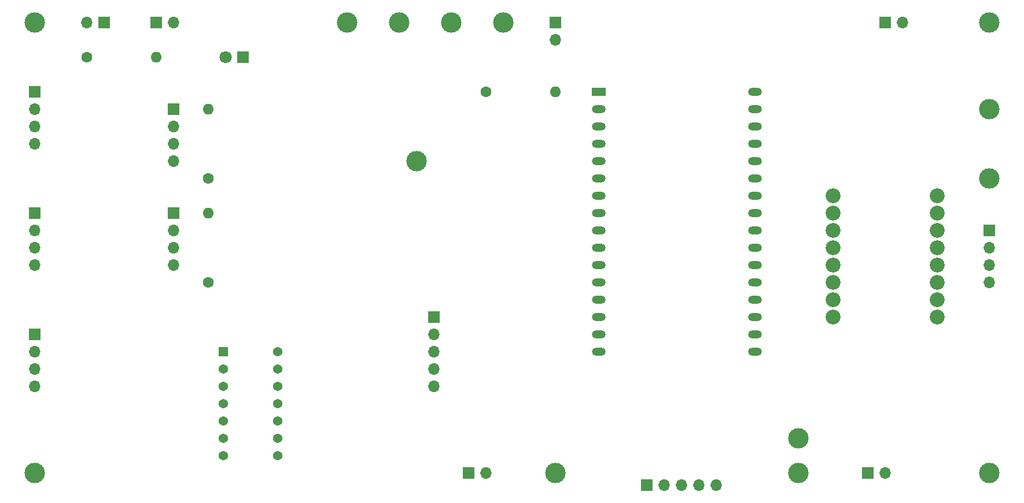
<source format=gts>
%TF.GenerationSoftware,KiCad,Pcbnew,8.0.7*%
%TF.CreationDate,2025-09-21T15:12:51-04:00*%
%TF.ProjectId,buzzcar_main,62757a7a-6361-4725-9f6d-61696e2e6b69,rev?*%
%TF.SameCoordinates,Original*%
%TF.FileFunction,Soldermask,Top*%
%TF.FilePolarity,Negative*%
%FSLAX46Y46*%
G04 Gerber Fmt 4.6, Leading zero omitted, Abs format (unit mm)*
G04 Created by KiCad (PCBNEW 8.0.7) date 2025-09-21 15:12:51*
%MOMM*%
%LPD*%
G01*
G04 APERTURE LIST*
G04 Aperture macros list*
%AMRoundRect*
0 Rectangle with rounded corners*
0 $1 Rounding radius*
0 $2 $3 $4 $5 $6 $7 $8 $9 X,Y pos of 4 corners*
0 Add a 4 corners polygon primitive as box body*
4,1,4,$2,$3,$4,$5,$6,$7,$8,$9,$2,$3,0*
0 Add four circle primitives for the rounded corners*
1,1,$1+$1,$2,$3*
1,1,$1+$1,$4,$5*
1,1,$1+$1,$6,$7*
1,1,$1+$1,$8,$9*
0 Add four rect primitives between the rounded corners*
20,1,$1+$1,$2,$3,$4,$5,0*
20,1,$1+$1,$4,$5,$6,$7,0*
20,1,$1+$1,$6,$7,$8,$9,0*
20,1,$1+$1,$8,$9,$2,$3,0*%
G04 Aperture macros list end*
%ADD10R,2.000000X1.200000*%
%ADD11O,2.000000X1.200000*%
%ADD12C,1.600000*%
%ADD13O,1.600000X1.600000*%
%ADD14R,1.700000X1.700000*%
%ADD15O,1.700000X1.700000*%
%ADD16R,1.800000X1.800000*%
%ADD17C,1.800000*%
%ADD18C,3.000000*%
%ADD19RoundRect,0.102000X-0.585000X-0.585000X0.585000X-0.585000X0.585000X0.585000X-0.585000X0.585000X0*%
%ADD20C,1.374000*%
%ADD21C,2.184000*%
G04 APERTURE END LIST*
D10*
%TO.C,U1*%
X107950000Y-33020000D03*
D11*
X107950000Y-35560000D03*
X107950000Y-38100000D03*
X107950000Y-40640000D03*
X107950000Y-43180000D03*
X107950000Y-45720000D03*
X107950000Y-48260000D03*
X107950000Y-50800000D03*
X107950000Y-53340000D03*
X107950000Y-55880000D03*
X107950000Y-58420000D03*
X107950000Y-60960000D03*
X107950000Y-63500000D03*
X107950000Y-66040000D03*
X107950000Y-68580000D03*
X107950000Y-71120000D03*
X130810000Y-71120000D03*
X130810000Y-68580000D03*
X130810000Y-66040000D03*
X130810000Y-63500000D03*
X130810000Y-60960000D03*
X130810000Y-58420000D03*
X130810000Y-55880000D03*
X130810000Y-53340000D03*
X130810000Y-50800000D03*
X130810000Y-48260000D03*
X130810000Y-45720000D03*
X130810000Y-43180000D03*
X130810000Y-40640000D03*
X130810000Y-38100000D03*
X130810000Y-35560000D03*
X130810000Y-33020000D03*
%TD*%
D12*
%TO.C,R1*%
X50800000Y-45720000D03*
D13*
X50800000Y-35560000D03*
%TD*%
D14*
%TO.C,J8*%
X88900000Y-88900000D03*
D15*
X91440000Y-88900000D03*
%TD*%
D14*
%TO.C,J9*%
X25400000Y-33020000D03*
D15*
X25400000Y-35560000D03*
X25400000Y-38100000D03*
X25400000Y-40640000D03*
%TD*%
D16*
%TO.C,D1*%
X55880000Y-27940000D03*
D17*
X53340000Y-27940000D03*
%TD*%
D12*
%TO.C,R4*%
X33020000Y-27940000D03*
D13*
X43180000Y-27940000D03*
%TD*%
D18*
%TO.C,H3*%
X165100000Y-88900000D03*
%TD*%
D14*
%TO.C,SW2*%
X101600000Y-22860000D03*
D15*
X101600000Y-25400000D03*
%TD*%
D18*
%TO.C,TP5*%
X165100000Y-35560000D03*
%TD*%
%TO.C,H2*%
X165100000Y-22860000D03*
%TD*%
D19*
%TO.C,U2*%
X53020000Y-71120000D03*
D20*
X53020000Y-73660000D03*
X53020000Y-76200000D03*
X53020000Y-78740000D03*
X53020000Y-81280000D03*
X53020000Y-83820000D03*
X53020000Y-86360000D03*
X60960000Y-86360000D03*
X60960000Y-83820000D03*
X60960000Y-81280000D03*
X60960000Y-78740000D03*
X60960000Y-76200000D03*
X60960000Y-73660000D03*
X60960000Y-71120000D03*
%TD*%
D12*
%TO.C,R2*%
X50800000Y-60960000D03*
D13*
X50800000Y-50800000D03*
%TD*%
D21*
%TO.C,U3*%
X142240000Y-48260000D03*
X142240000Y-50800000D03*
X142240000Y-53340000D03*
X142240000Y-55880000D03*
X142240000Y-58420000D03*
X142240000Y-60960000D03*
X142240000Y-63500000D03*
X142240000Y-66040000D03*
X157480000Y-66040000D03*
X157480000Y-63500000D03*
X157480000Y-60960000D03*
X157480000Y-58420000D03*
X157480000Y-55880000D03*
X157480000Y-53340000D03*
X157480000Y-50800000D03*
X157480000Y-48260000D03*
%TD*%
D18*
%TO.C,H4*%
X25400000Y-88900000D03*
%TD*%
%TO.C,TP10*%
X93980000Y-22860000D03*
%TD*%
D14*
%TO.C,J11*%
X25400000Y-68580000D03*
D15*
X25400000Y-71120000D03*
X25400000Y-73660000D03*
X25400000Y-76200000D03*
%TD*%
D18*
%TO.C,TP6*%
X165100000Y-45720000D03*
%TD*%
%TO.C,TP3*%
X78740000Y-22860000D03*
%TD*%
D14*
%TO.C,J3*%
X45720000Y-50800000D03*
D15*
X45720000Y-53340000D03*
X45720000Y-55880000D03*
X45720000Y-58420000D03*
%TD*%
D12*
%TO.C,R3*%
X91440000Y-33020000D03*
D13*
X101600000Y-33020000D03*
%TD*%
D14*
%TO.C,SW1*%
X35560000Y-22860000D03*
D15*
X33020000Y-22860000D03*
%TD*%
D18*
%TO.C,TP8*%
X137160000Y-88900000D03*
%TD*%
D14*
%TO.C,J6*%
X165100000Y-53340000D03*
D15*
X165100000Y-55880000D03*
X165100000Y-58420000D03*
X165100000Y-60960000D03*
%TD*%
D18*
%TO.C,TP2*%
X81280000Y-43180000D03*
%TD*%
%TO.C,TP7*%
X101600000Y-88900000D03*
%TD*%
D14*
%TO.C,J7*%
X83820000Y-66040000D03*
D15*
X83820000Y-68580000D03*
X83820000Y-71120000D03*
X83820000Y-73660000D03*
X83820000Y-76200000D03*
%TD*%
D18*
%TO.C,TP9*%
X137160000Y-83820000D03*
%TD*%
D14*
%TO.C,J1*%
X43180000Y-22860000D03*
D15*
X45720000Y-22860000D03*
%TD*%
D14*
%TO.C,J4*%
X149860000Y-22860000D03*
D15*
X152400000Y-22860000D03*
%TD*%
D18*
%TO.C,H1*%
X25400000Y-22860000D03*
%TD*%
D14*
%TO.C,J12*%
X115015000Y-90725000D03*
D15*
X117555000Y-90725000D03*
X120095000Y-90725000D03*
X122635000Y-90725000D03*
X125175000Y-90725000D03*
%TD*%
D18*
%TO.C,TP1*%
X71120000Y-22860000D03*
%TD*%
D14*
%TO.C,J5*%
X147320000Y-88900000D03*
D15*
X149860000Y-88900000D03*
%TD*%
D14*
%TO.C,J10*%
X25400000Y-50800000D03*
D15*
X25400000Y-53340000D03*
X25400000Y-55880000D03*
X25400000Y-58420000D03*
%TD*%
D14*
%TO.C,J2*%
X45720000Y-35560000D03*
D15*
X45720000Y-38100000D03*
X45720000Y-40640000D03*
X45720000Y-43180000D03*
%TD*%
D18*
%TO.C,TP4*%
X86360000Y-22860000D03*
%TD*%
M02*

</source>
